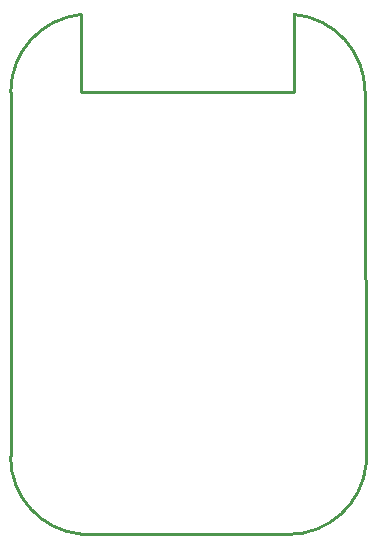
<source format=gko>
G04 Layer: BoardOutlineLayer*
G04 EasyEDA v6.5.9, 2022-07-29 16:18:05*
G04 6a4c66b5a8f34d0fa7dc8df532b4a6e8,9fc4434aafee4760887af2be40c81ba0,10*
G04 Gerber Generator version 0.2*
G04 Scale: 100 percent, Rotated: No, Reflected: No *
G04 Dimensions in millimeters *
G04 leading zeros omitted , absolute positions ,4 integer and 5 decimal *
%FSLAX45Y45*%
%MOMM*%

%ADD10C,0.2540*%
D10*
X2400863Y4997178D02*
G01*
X2400863Y4343400D01*
X596900Y4343400D01*
X596900Y4996848D01*
X2999993Y4339991D02*
G01*
X3009900Y1193800D01*
X0Y1257300D02*
G01*
X0Y4339988D01*
X596900Y596900D02*
G01*
X2352802Y594613D01*
G75*
G01*
X0Y4339991D02*
G02*
X596336Y4996912I659999J-1D01*
G75*
G01*
X2400864Y4997178D02*
G02*
X2999994Y4339991I-60869J-657186D01*
G75*
G01*
X3009900Y1193800D02*
G02*
X2352713Y594670I-657186J60869D01*
G75*
G01*
X596900Y596900D02*
G02*
X-2230Y1254087I60869J657186D01*

%LPD*%
M02*

</source>
